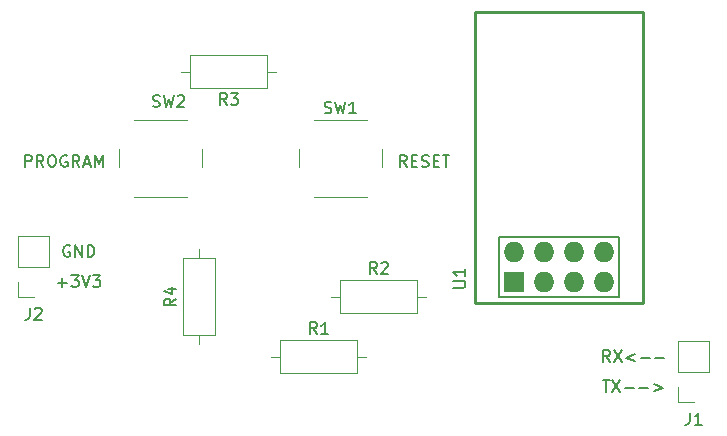
<source format=gbr>
%TF.GenerationSoftware,KiCad,Pcbnew,6.0.2+dfsg-1*%
%TF.CreationDate,2023-02-23T16:44:59-06:00*%
%TF.ProjectId,communication_subsystem_v2,636f6d6d-756e-4696-9361-74696f6e5f73,rev?*%
%TF.SameCoordinates,Original*%
%TF.FileFunction,Legend,Top*%
%TF.FilePolarity,Positive*%
%FSLAX46Y46*%
G04 Gerber Fmt 4.6, Leading zero omitted, Abs format (unit mm)*
G04 Created by KiCad (PCBNEW 6.0.2+dfsg-1) date 2023-02-23 16:44:59*
%MOMM*%
%LPD*%
G01*
G04 APERTURE LIST*
%ADD10C,0.150000*%
%ADD11C,0.120000*%
%ADD12C,0.254000*%
%ADD13C,0.152400*%
%ADD14R,1.727200X1.727200*%
%ADD15O,1.727200X1.727200*%
G04 APERTURE END LIST*
D10*
X196096190Y-72842380D02*
X195762857Y-72366190D01*
X195524761Y-72842380D02*
X195524761Y-71842380D01*
X195905714Y-71842380D01*
X196000952Y-71890000D01*
X196048571Y-71937619D01*
X196096190Y-72032857D01*
X196096190Y-72175714D01*
X196048571Y-72270952D01*
X196000952Y-72318571D01*
X195905714Y-72366190D01*
X195524761Y-72366190D01*
X196429523Y-71842380D02*
X197096190Y-72842380D01*
X197096190Y-71842380D02*
X196429523Y-72842380D01*
X198239047Y-72175714D02*
X197477142Y-72461428D01*
X198239047Y-72747142D01*
X198715238Y-72461428D02*
X199477142Y-72461428D01*
X199953333Y-72461428D02*
X200715238Y-72461428D01*
X195500952Y-74382380D02*
X196072380Y-74382380D01*
X195786666Y-75382380D02*
X195786666Y-74382380D01*
X196310476Y-74382380D02*
X196977142Y-75382380D01*
X196977142Y-74382380D02*
X196310476Y-75382380D01*
X197358095Y-75001428D02*
X198120000Y-75001428D01*
X198596190Y-75001428D02*
X199358095Y-75001428D01*
X199834285Y-74715714D02*
X200596190Y-75001428D01*
X199834285Y-75287142D01*
X150368095Y-63000000D02*
X150272857Y-62952380D01*
X150130000Y-62952380D01*
X149987142Y-63000000D01*
X149891904Y-63095238D01*
X149844285Y-63190476D01*
X149796666Y-63380952D01*
X149796666Y-63523809D01*
X149844285Y-63714285D01*
X149891904Y-63809523D01*
X149987142Y-63904761D01*
X150130000Y-63952380D01*
X150225238Y-63952380D01*
X150368095Y-63904761D01*
X150415714Y-63857142D01*
X150415714Y-63523809D01*
X150225238Y-63523809D01*
X150844285Y-63952380D02*
X150844285Y-62952380D01*
X151415714Y-63952380D01*
X151415714Y-62952380D01*
X151891904Y-63952380D02*
X151891904Y-62952380D01*
X152130000Y-62952380D01*
X152272857Y-63000000D01*
X152368095Y-63095238D01*
X152415714Y-63190476D01*
X152463333Y-63380952D01*
X152463333Y-63523809D01*
X152415714Y-63714285D01*
X152368095Y-63809523D01*
X152272857Y-63904761D01*
X152130000Y-63952380D01*
X151891904Y-63952380D01*
X149368095Y-66111428D02*
X150130000Y-66111428D01*
X149749047Y-66492380D02*
X149749047Y-65730476D01*
X150510952Y-65492380D02*
X151130000Y-65492380D01*
X150796666Y-65873333D01*
X150939523Y-65873333D01*
X151034761Y-65920952D01*
X151082380Y-65968571D01*
X151130000Y-66063809D01*
X151130000Y-66301904D01*
X151082380Y-66397142D01*
X151034761Y-66444761D01*
X150939523Y-66492380D01*
X150653809Y-66492380D01*
X150558571Y-66444761D01*
X150510952Y-66397142D01*
X151415714Y-65492380D02*
X151749047Y-66492380D01*
X152082380Y-65492380D01*
X152320476Y-65492380D02*
X152939523Y-65492380D01*
X152606190Y-65873333D01*
X152749047Y-65873333D01*
X152844285Y-65920952D01*
X152891904Y-65968571D01*
X152939523Y-66063809D01*
X152939523Y-66301904D01*
X152891904Y-66397142D01*
X152844285Y-66444761D01*
X152749047Y-66492380D01*
X152463333Y-66492380D01*
X152368095Y-66444761D01*
X152320476Y-66397142D01*
X146574285Y-56332380D02*
X146574285Y-55332380D01*
X146955238Y-55332380D01*
X147050476Y-55380000D01*
X147098095Y-55427619D01*
X147145714Y-55522857D01*
X147145714Y-55665714D01*
X147098095Y-55760952D01*
X147050476Y-55808571D01*
X146955238Y-55856190D01*
X146574285Y-55856190D01*
X148145714Y-56332380D02*
X147812380Y-55856190D01*
X147574285Y-56332380D02*
X147574285Y-55332380D01*
X147955238Y-55332380D01*
X148050476Y-55380000D01*
X148098095Y-55427619D01*
X148145714Y-55522857D01*
X148145714Y-55665714D01*
X148098095Y-55760952D01*
X148050476Y-55808571D01*
X147955238Y-55856190D01*
X147574285Y-55856190D01*
X148764761Y-55332380D02*
X148955238Y-55332380D01*
X149050476Y-55380000D01*
X149145714Y-55475238D01*
X149193333Y-55665714D01*
X149193333Y-55999047D01*
X149145714Y-56189523D01*
X149050476Y-56284761D01*
X148955238Y-56332380D01*
X148764761Y-56332380D01*
X148669523Y-56284761D01*
X148574285Y-56189523D01*
X148526666Y-55999047D01*
X148526666Y-55665714D01*
X148574285Y-55475238D01*
X148669523Y-55380000D01*
X148764761Y-55332380D01*
X150145714Y-55380000D02*
X150050476Y-55332380D01*
X149907619Y-55332380D01*
X149764761Y-55380000D01*
X149669523Y-55475238D01*
X149621904Y-55570476D01*
X149574285Y-55760952D01*
X149574285Y-55903809D01*
X149621904Y-56094285D01*
X149669523Y-56189523D01*
X149764761Y-56284761D01*
X149907619Y-56332380D01*
X150002857Y-56332380D01*
X150145714Y-56284761D01*
X150193333Y-56237142D01*
X150193333Y-55903809D01*
X150002857Y-55903809D01*
X151193333Y-56332380D02*
X150860000Y-55856190D01*
X150621904Y-56332380D02*
X150621904Y-55332380D01*
X151002857Y-55332380D01*
X151098095Y-55380000D01*
X151145714Y-55427619D01*
X151193333Y-55522857D01*
X151193333Y-55665714D01*
X151145714Y-55760952D01*
X151098095Y-55808571D01*
X151002857Y-55856190D01*
X150621904Y-55856190D01*
X151574285Y-56046666D02*
X152050476Y-56046666D01*
X151479047Y-56332380D02*
X151812380Y-55332380D01*
X152145714Y-56332380D01*
X152479047Y-56332380D02*
X152479047Y-55332380D01*
X152812380Y-56046666D01*
X153145714Y-55332380D01*
X153145714Y-56332380D01*
X178887619Y-56332380D02*
X178554285Y-55856190D01*
X178316190Y-56332380D02*
X178316190Y-55332380D01*
X178697142Y-55332380D01*
X178792380Y-55380000D01*
X178840000Y-55427619D01*
X178887619Y-55522857D01*
X178887619Y-55665714D01*
X178840000Y-55760952D01*
X178792380Y-55808571D01*
X178697142Y-55856190D01*
X178316190Y-55856190D01*
X179316190Y-55808571D02*
X179649523Y-55808571D01*
X179792380Y-56332380D02*
X179316190Y-56332380D01*
X179316190Y-55332380D01*
X179792380Y-55332380D01*
X180173333Y-56284761D02*
X180316190Y-56332380D01*
X180554285Y-56332380D01*
X180649523Y-56284761D01*
X180697142Y-56237142D01*
X180744761Y-56141904D01*
X180744761Y-56046666D01*
X180697142Y-55951428D01*
X180649523Y-55903809D01*
X180554285Y-55856190D01*
X180363809Y-55808571D01*
X180268571Y-55760952D01*
X180220952Y-55713333D01*
X180173333Y-55618095D01*
X180173333Y-55522857D01*
X180220952Y-55427619D01*
X180268571Y-55380000D01*
X180363809Y-55332380D01*
X180601904Y-55332380D01*
X180744761Y-55380000D01*
X181173333Y-55808571D02*
X181506666Y-55808571D01*
X181649523Y-56332380D02*
X181173333Y-56332380D01*
X181173333Y-55332380D01*
X181649523Y-55332380D01*
X181935238Y-55332380D02*
X182506666Y-55332380D01*
X182220952Y-56332380D02*
X182220952Y-55332380D01*
%TO.C,SW2*%
X157416666Y-51204761D02*
X157559523Y-51252380D01*
X157797619Y-51252380D01*
X157892857Y-51204761D01*
X157940476Y-51157142D01*
X157988095Y-51061904D01*
X157988095Y-50966666D01*
X157940476Y-50871428D01*
X157892857Y-50823809D01*
X157797619Y-50776190D01*
X157607142Y-50728571D01*
X157511904Y-50680952D01*
X157464285Y-50633333D01*
X157416666Y-50538095D01*
X157416666Y-50442857D01*
X157464285Y-50347619D01*
X157511904Y-50300000D01*
X157607142Y-50252380D01*
X157845238Y-50252380D01*
X157988095Y-50300000D01*
X158321428Y-50252380D02*
X158559523Y-51252380D01*
X158750000Y-50538095D01*
X158940476Y-51252380D01*
X159178571Y-50252380D01*
X159511904Y-50347619D02*
X159559523Y-50300000D01*
X159654761Y-50252380D01*
X159892857Y-50252380D01*
X159988095Y-50300000D01*
X160035714Y-50347619D01*
X160083333Y-50442857D01*
X160083333Y-50538095D01*
X160035714Y-50680952D01*
X159464285Y-51252380D01*
X160083333Y-51252380D01*
%TO.C,J1*%
X202866666Y-77152380D02*
X202866666Y-77866666D01*
X202819047Y-78009523D01*
X202723809Y-78104761D01*
X202580952Y-78152380D01*
X202485714Y-78152380D01*
X203866666Y-78152380D02*
X203295238Y-78152380D01*
X203580952Y-78152380D02*
X203580952Y-77152380D01*
X203485714Y-77295238D01*
X203390476Y-77390476D01*
X203295238Y-77438095D01*
%TO.C,R1*%
X171283333Y-70472380D02*
X170950000Y-69996190D01*
X170711904Y-70472380D02*
X170711904Y-69472380D01*
X171092857Y-69472380D01*
X171188095Y-69520000D01*
X171235714Y-69567619D01*
X171283333Y-69662857D01*
X171283333Y-69805714D01*
X171235714Y-69900952D01*
X171188095Y-69948571D01*
X171092857Y-69996190D01*
X170711904Y-69996190D01*
X172235714Y-70472380D02*
X171664285Y-70472380D01*
X171950000Y-70472380D02*
X171950000Y-69472380D01*
X171854761Y-69615238D01*
X171759523Y-69710476D01*
X171664285Y-69758095D01*
%TO.C,R3*%
X163663333Y-51082380D02*
X163330000Y-50606190D01*
X163091904Y-51082380D02*
X163091904Y-50082380D01*
X163472857Y-50082380D01*
X163568095Y-50130000D01*
X163615714Y-50177619D01*
X163663333Y-50272857D01*
X163663333Y-50415714D01*
X163615714Y-50510952D01*
X163568095Y-50558571D01*
X163472857Y-50606190D01*
X163091904Y-50606190D01*
X163996666Y-50082380D02*
X164615714Y-50082380D01*
X164282380Y-50463333D01*
X164425238Y-50463333D01*
X164520476Y-50510952D01*
X164568095Y-50558571D01*
X164615714Y-50653809D01*
X164615714Y-50891904D01*
X164568095Y-50987142D01*
X164520476Y-51034761D01*
X164425238Y-51082380D01*
X164139523Y-51082380D01*
X164044285Y-51034761D01*
X163996666Y-50987142D01*
%TO.C,U1*%
X182840380Y-66547904D02*
X183649904Y-66547904D01*
X183745142Y-66500285D01*
X183792761Y-66452666D01*
X183840380Y-66357428D01*
X183840380Y-66166952D01*
X183792761Y-66071714D01*
X183745142Y-66024095D01*
X183649904Y-65976476D01*
X182840380Y-65976476D01*
X183840380Y-64976476D02*
X183840380Y-65547904D01*
X183840380Y-65262190D02*
X182840380Y-65262190D01*
X182983238Y-65357428D01*
X183078476Y-65452666D01*
X183126095Y-65547904D01*
%TO.C,R4*%
X159372380Y-67476666D02*
X158896190Y-67810000D01*
X159372380Y-68048095D02*
X158372380Y-68048095D01*
X158372380Y-67667142D01*
X158420000Y-67571904D01*
X158467619Y-67524285D01*
X158562857Y-67476666D01*
X158705714Y-67476666D01*
X158800952Y-67524285D01*
X158848571Y-67571904D01*
X158896190Y-67667142D01*
X158896190Y-68048095D01*
X158705714Y-66619523D02*
X159372380Y-66619523D01*
X158324761Y-66857619D02*
X159039047Y-67095714D01*
X159039047Y-66476666D01*
%TO.C,J2*%
X146986666Y-68262380D02*
X146986666Y-68976666D01*
X146939047Y-69119523D01*
X146843809Y-69214761D01*
X146700952Y-69262380D01*
X146605714Y-69262380D01*
X147415238Y-68357619D02*
X147462857Y-68310000D01*
X147558095Y-68262380D01*
X147796190Y-68262380D01*
X147891428Y-68310000D01*
X147939047Y-68357619D01*
X147986666Y-68452857D01*
X147986666Y-68548095D01*
X147939047Y-68690952D01*
X147367619Y-69262380D01*
X147986666Y-69262380D01*
%TO.C,SW1*%
X171946666Y-51744761D02*
X172089523Y-51792380D01*
X172327619Y-51792380D01*
X172422857Y-51744761D01*
X172470476Y-51697142D01*
X172518095Y-51601904D01*
X172518095Y-51506666D01*
X172470476Y-51411428D01*
X172422857Y-51363809D01*
X172327619Y-51316190D01*
X172137142Y-51268571D01*
X172041904Y-51220952D01*
X171994285Y-51173333D01*
X171946666Y-51078095D01*
X171946666Y-50982857D01*
X171994285Y-50887619D01*
X172041904Y-50840000D01*
X172137142Y-50792380D01*
X172375238Y-50792380D01*
X172518095Y-50840000D01*
X172851428Y-50792380D02*
X173089523Y-51792380D01*
X173280000Y-51078095D01*
X173470476Y-51792380D01*
X173708571Y-50792380D01*
X174613333Y-51792380D02*
X174041904Y-51792380D01*
X174327619Y-51792380D02*
X174327619Y-50792380D01*
X174232380Y-50935238D01*
X174137142Y-51030476D01*
X174041904Y-51078095D01*
%TO.C,R2*%
X176363333Y-65392380D02*
X176030000Y-64916190D01*
X175791904Y-65392380D02*
X175791904Y-64392380D01*
X176172857Y-64392380D01*
X176268095Y-64440000D01*
X176315714Y-64487619D01*
X176363333Y-64582857D01*
X176363333Y-64725714D01*
X176315714Y-64820952D01*
X176268095Y-64868571D01*
X176172857Y-64916190D01*
X175791904Y-64916190D01*
X176744285Y-64487619D02*
X176791904Y-64440000D01*
X176887142Y-64392380D01*
X177125238Y-64392380D01*
X177220476Y-64440000D01*
X177268095Y-64487619D01*
X177315714Y-64582857D01*
X177315714Y-64678095D01*
X177268095Y-64820952D01*
X176696666Y-65392380D01*
X177315714Y-65392380D01*
D11*
%TO.C,SW2*%
X155790000Y-58840000D02*
X160290000Y-58840000D01*
X161540000Y-56340000D02*
X161540000Y-54840000D01*
X154540000Y-54840000D02*
X154540000Y-56340000D01*
X160290000Y-52340000D02*
X155790000Y-52340000D01*
%TO.C,J1*%
X204530000Y-73660000D02*
X204530000Y-71060000D01*
X204530000Y-71060000D02*
X201870000Y-71060000D01*
X201870000Y-73660000D02*
X201870000Y-71060000D01*
X204530000Y-73660000D02*
X201870000Y-73660000D01*
X201870000Y-76260000D02*
X201870000Y-74930000D01*
X203200000Y-76260000D02*
X201870000Y-76260000D01*
%TO.C,R1*%
X174720000Y-73760000D02*
X174720000Y-71020000D01*
X175490000Y-72390000D02*
X174720000Y-72390000D01*
X174720000Y-71020000D02*
X168180000Y-71020000D01*
X168180000Y-73760000D02*
X174720000Y-73760000D01*
X168180000Y-71020000D02*
X168180000Y-73760000D01*
X167410000Y-72390000D02*
X168180000Y-72390000D01*
%TO.C,R3*%
X167870000Y-48260000D02*
X167100000Y-48260000D01*
X167100000Y-49630000D02*
X167100000Y-46890000D01*
X167100000Y-46890000D02*
X160560000Y-46890000D01*
X159790000Y-48260000D02*
X160560000Y-48260000D01*
X160560000Y-46890000D02*
X160560000Y-49630000D01*
X160560000Y-49630000D02*
X167100000Y-49630000D01*
D12*
%TO.C,U1*%
X198882000Y-43180000D02*
X198882000Y-67818000D01*
D13*
X196850000Y-67310000D02*
X196850000Y-62230000D01*
D12*
X184658000Y-67818000D02*
X184658000Y-43180000D01*
D13*
X186690000Y-62230000D02*
X186690000Y-64770000D01*
X196850000Y-62230000D02*
X186690000Y-62230000D01*
D12*
X198882000Y-67818000D02*
X184658000Y-67818000D01*
D13*
X186690000Y-64770000D02*
X186690000Y-67310000D01*
D12*
X184658000Y-43180000D02*
X198882000Y-43180000D01*
D13*
X186690000Y-67310000D02*
X189230000Y-67310000D01*
X189230000Y-67310000D02*
X196850000Y-67310000D01*
D11*
%TO.C,R4*%
X161290000Y-71350000D02*
X161290000Y-70580000D01*
X159920000Y-64040000D02*
X159920000Y-70580000D01*
X162660000Y-64040000D02*
X159920000Y-64040000D01*
X161290000Y-63270000D02*
X161290000Y-64040000D01*
X159920000Y-70580000D02*
X162660000Y-70580000D01*
X162660000Y-70580000D02*
X162660000Y-64040000D01*
%TO.C,J2*%
X145990000Y-67370000D02*
X145990000Y-66040000D01*
X148650000Y-62170000D02*
X145990000Y-62170000D01*
X148650000Y-64770000D02*
X145990000Y-64770000D01*
X147320000Y-67370000D02*
X145990000Y-67370000D01*
X145990000Y-64770000D02*
X145990000Y-62170000D01*
X148650000Y-64770000D02*
X148650000Y-62170000D01*
%TO.C,SW1*%
X176780000Y-56340000D02*
X176780000Y-54840000D01*
X171030000Y-58840000D02*
X175530000Y-58840000D01*
X175530000Y-52340000D02*
X171030000Y-52340000D01*
X169780000Y-54840000D02*
X169780000Y-56340000D01*
%TO.C,R2*%
X180570000Y-67310000D02*
X179800000Y-67310000D01*
X173260000Y-65940000D02*
X173260000Y-68680000D01*
X173260000Y-68680000D02*
X179800000Y-68680000D01*
X179800000Y-68680000D02*
X179800000Y-65940000D01*
X172490000Y-67310000D02*
X173260000Y-67310000D01*
X179800000Y-65940000D02*
X173260000Y-65940000D01*
%TD*%
D14*
%TO.C,U1*%
X187960000Y-66040000D03*
D15*
X187960000Y-63500000D03*
X190500000Y-66040000D03*
X190500000Y-63500000D03*
X193040000Y-66040000D03*
X193040000Y-63500000D03*
X195580000Y-66040000D03*
X195580000Y-63500000D03*
%TD*%
M02*

</source>
